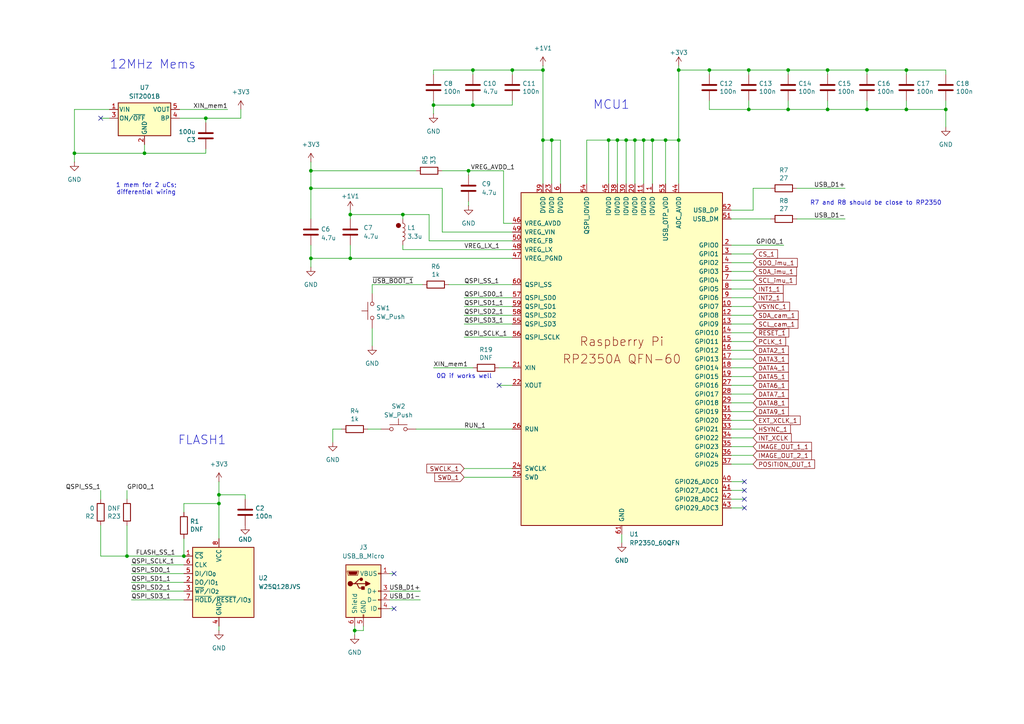
<source format=kicad_sch>
(kicad_sch (version 20250114) (generator "eeschema") (generator_version "9.0")
  (paper "A4")
  (lib_symbols
    (symbol "+3V3_1" (power) (pin_numbers (hide yes)) (pin_names (offset 0) (hide yes))
      (property "Value" "+3V3" (at 0 3.556 0))
      (symbol "+3V3_1_0_1"
        (polyline (pts (xy -0.762 1.27) (xy 0 2.54)))
        (polyline (pts (xy 0 2.54) (xy 0.762 1.27)))
        (polyline (pts (xy 0 0) (xy 0 2.54)))
      )
      (symbol "+3V3_1_1_1"
        (pin power_in line (at 0 0 90) (length 0) (name "~") (number "1"))
      )
    )
    (symbol "+3V3_2" (power) (pin_numbers (hide yes)) (pin_names (offset 0) (hide yes))
      (property "Value" "+3V3" (at 0 3.556 0))
      (symbol "+3V3_2_0_1"
        (polyline (pts (xy -0.762 1.27) (xy 0 2.54)))
        (polyline (pts (xy 0 2.54) (xy 0.762 1.27)))
        (polyline (pts (xy 0 0) (xy 0 2.54)))
      )
      (symbol "+3V3_2_1_1"
        (pin power_in line (at 0 0 90) (length 0) (name "~") (number "1"))
      )
    )
    (symbol "Device:C" (pin_numbers (hide yes)) (pin_names (offset 0.254))
      (property "Reference" "C" (at 0.635 2.54 0))
      (property "Value" "C" (at 0.635 -2.54 0))
      (symbol "C_0_1"
        (polyline (pts (xy -2.032 0.762) (xy 2.032 0.762)) (stroke (width 0.508)))
        (polyline (pts (xy -2.032 -0.762) (xy 2.032 -0.762)) (stroke (width 0.508)))
      )
      (symbol "C_1_1"
        (pin passive line (at 0 3.81 270) (length 2.794) (name "~") (number "1"))
        (pin passive line (at 0 -3.81 90) (length 2.794) (name "~") (number "2"))
      )
    )
    (symbol "Device:L" (pin_numbers (hide yes)) (pin_names (offset 1.016) (hide yes))
      (property "Reference" "L" (at -1.27 0 90))
      (property "Value" "L" (at 1.905 0 90))
      (symbol "L_0_1"
        (arc (start 0 2.54) (mid 0.6323 1.905) (end 0 1.27))
        (arc (start 0 1.27) (mid 0.6323 0.635) (end 0 0))
        (arc (start 0 0) (mid 0.6323 -0.635) (end 0 -1.27))
        (arc (start 0 -1.27) (mid 0.6323 -1.905) (end 0 -2.54))
      )
      (symbol "L_1_1"
        (pin passive line (at 0 3.81 270) (length 1.27) (name "1") (number "1"))
        (pin passive line (at 0 -3.81 90) (length 1.27) (name "2") (number "2"))
      )
    )
    (symbol "Device:R" (pin_numbers (hide yes)) (pin_names (offset 0))
      (property "Reference" "R" (at 2.032 0 90))
      (property "Value" "R" (at 0 0 90))
      (symbol "R_0_1"
        (rectangle (start -1.016 -2.54) (end 1.016 2.54) (stroke (width 0.254)))
      )
      (symbol "R_1_1"
        (pin passive line (at 0 3.81 270) (length 1.27) (name "~") (number "1"))
        (pin passive line (at 0 -3.81 90) (length 1.27) (name "~") (number "2"))
      )
    )
    (symbol "GND_1" (power) (pin_numbers (hide yes)) (pin_names (offset 0) (hide yes))
      (property "Value" "GND" (at 0 -3.81 0))
      (symbol "GND_1_0_1"
        (polyline (pts (xy 0 0) (xy 0 -1.27) (xy 1.27 -1.27) (xy 0 -2.54) (xy -1.27 -1.27) (xy 0 -1.27)))
      )
      (symbol "GND_1_1_1"
        (pin power_in line (at 0 0 270) (length 0) (name "~") (number "1"))
      )
    )
    (symbol "GND_2" (power) (pin_numbers (hide yes)) (pin_names (offset 0) (hide yes))
      (property "Value" "GND" (at 0 -3.81 0))
      (symbol "GND_2_0_1"
        (polyline (pts (xy 0 0) (xy 0 -1.27) (xy 1.27 -1.27) (xy 0 -2.54) (xy -1.27 -1.27) (xy 0 -1.27)))
      )
      (symbol "GND_2_1_1"
        (pin power_in line (at 0 0 270) (length 0) (name "~") (number "1"))
      )
    )
    (symbol "GND_3" (power) (pin_numbers (hide yes)) (pin_names (offset 0) (hide yes))
      (property "Value" "GND" (at 0 -3.81 0))
      (symbol "GND_3_0_1"
        (polyline (pts (xy 0 0) (xy 0 -1.27) (xy 1.27 -1.27) (xy 0 -2.54) (xy -1.27 -1.27) (xy 0 -1.27)))
      )
      (symbol "GND_3_1_1"
        (pin power_in line (at 0 0 270) (length 0) (name "~") (number "1"))
      )
    )
    (symbol "GND_6" (power) (pin_numbers (hide yes)) (pin_names (offset 0) (hide yes))
      (property "Value" "GND" (at 0 -3.81 0))
      (symbol "GND_6_0_1"
        (polyline (pts (xy 0 0) (xy 0 -1.27) (xy 1.27 -1.27) (xy 0 -2.54) (xy -1.27 -1.27) (xy 0 -1.27)))
      )
      (symbol "GND_6_1_1"
        (pin power_in line (at 0 0 270) (length 0) (name "~") (number "1"))
      )
    )
    (symbol "GND_7" (power) (pin_numbers (hide yes)) (pin_names (offset 0) (hide yes))
      (property "Value" "GND" (at 0 -3.81 0))
      (symbol "GND_7_0_1"
        (polyline (pts (xy 0 0) (xy 0 -1.27) (xy 1.27 -1.27) (xy 0 -2.54) (xy -1.27 -1.27) (xy 0 -1.27)))
      )
      (symbol "GND_7_1_1"
        (pin power_in line (at 0 0 270) (length 0) (name "~") (number "1"))
      )
    )
    (symbol "GND_8" (power) (pin_numbers (hide yes)) (pin_names (offset 0) (hide yes))
      (property "Value" "GND" (at 0 -3.81 0))
      (symbol "GND_8_0_1"
        (polyline (pts (xy 0 0) (xy 0 -1.27) (xy 1.27 -1.27) (xy 0 -2.54) (xy -1.27 -1.27) (xy 0 -1.27)))
      )
      (symbol "GND_8_1_1"
        (pin power_in line (at 0 0 270) (length 0) (name "~") (number "1"))
      )
    )
    (symbol "MCU_RaspberryPi_RP2350:RP2350_60QFN" (pin_names (offset 1.016))
      (property "Reference" "U" (at -29.21 49.53 0))
      (property "Value" "RP2350_60QFN" (at 24.13 -49.53 0))
      (symbol "RP2350_60QFN_0_0"
        (text "Raspberry Pi" (at 0 5.08 0) (effects (font (size 2.54 2.54))))
      )
      (symbol "RP2350_60QFN_0_1"
        (rectangle (start 29.21 48.26) (end -29.21 -48.26) (stroke (width 0.254)) (fill (type background)))
      )
      (symbol "RP2350_60QFN_1_0"
        (text "RP2350A QFN-60" (at 0 0 0) (effects (font (size 2.54 2.54))))
      )
      (symbol "RP2350_60QFN_1_1"
        (pin power_in line (at -31.75 39.37 0) (length 2.54) (name "VREG_AVDD") (number "46"))
        (pin power_in line (at -31.75 36.83 0) (length 2.54) (name "VREG_VIN") (number "49"))
        (pin input line (at -31.75 34.29 0) (length 2.54) (name "VREG_FB") (number "50"))
        (pin power_out line (at -31.75 31.75 0) (length 2.54) (name "VREG_LX") (number "48"))
        (pin power_in line (at -31.75 29.21 0) (length 2.54) (name "VREG_PGND") (number "47"))
        (pin bidirectional line (at -31.75 21.59 0) (length 2.54) (name "QSPI_SS") (number "60"))
        (pin bidirectional line (at -31.75 17.78 0) (length 2.54) (name "QSPI_SD0") (number "57"))
        (pin bidirectional line (at -31.75 15.24 0) (length 2.54) (name "QSPI_SD1") (number "59"))
        (pin bidirectional line (at -31.75 12.7 0) (length 2.54) (name "QSPI_SD2") (number "58"))
        (pin bidirectional line (at -31.75 10.16 0) (length 2.54) (name "QSPI_SD3") (number "55"))
        (pin output line (at -31.75 6.35 0) (length 2.54) (name "QSPI_SCLK") (number "56"))
        (pin input line (at -31.75 -2.54 0) (length 2.54) (name "XIN") (number "21"))
        (pin passive line (at -31.75 -7.62 0) (length 2.54) (name "XOUT") (number "22"))
        (pin input line (at -31.75 -20.32 0) (length 2.54) (name "RUN") (number "26"))
        (pin output line (at -31.75 -31.75 0) (length 2.54) (name "SWCLK") (number "24"))
        (pin bidirectional line (at -31.75 -34.29 0) (length 2.54) (name "SWD") (number "25"))
        (pin power_in line (at -22.86 50.8 270) (length 2.54) (name "DVDD") (number "39"))
        (pin power_in line (at -20.32 50.8 270) (length 2.54) (name "DVDD") (number "23"))
        (pin power_in line (at -17.78 50.8 270) (length 2.54) (name "DVDD") (number "6"))
        (pin power_in line (at -10.16 50.8 270) (length 2.54) (name "QSPI_IOVDD") (number "54"))
        (pin power_in line (at -3.81 50.8 270) (length 2.54) (name "IOVDD") (number "45"))
        (pin power_in line (at -1.27 50.8 270) (length 2.54) (name "IOVDD") (number "38"))
        (pin power_in line (at 0 -50.8 90) (length 2.54) (name "GND") (number "61"))
        (pin power_in line (at 1.27 50.8 270) (length 2.54) (name "IOVDD") (number "30"))
        (pin power_in line (at 3.81 50.8 270) (length 2.54) (name "IOVDD") (number "20"))
        (pin power_in line (at 6.35 50.8 270) (length 2.54) (name "IOVDD") (number "11"))
        (pin power_in line (at 8.89 50.8 270) (length 2.54) (name "IOVDD") (number "1"))
        (pin power_in line (at 12.7 50.8 270) (length 2.54) (name "USB_OTP_VDD") (number "53"))
        (pin power_in line (at 16.51 50.8 270) (length 2.54) (name "ADC_AVDD") (number "44"))
        (pin bidirectional line (at 31.75 43.18 180) (length 2.54) (name "USB_DP") (number "52"))
        (pin bidirectional line (at 31.75 40.64 180) (length 2.54) (name "USB_DM") (number "51"))
        (pin bidirectional line (at 31.75 33.02 180) (length 2.54) (name "GPIO0") (number "2"))
        (pin bidirectional line (at 31.75 30.48 180) (length 2.54) (name "GPIO1") (number "3"))
        (pin bidirectional line (at 31.75 27.94 180) (length 2.54) (name "GPIO2") (number "4"))
        (pin bidirectional line (at 31.75 25.4 180) (length 2.54) (name "GPIO3") (number "5"))
        (pin bidirectional line (at 31.75 22.86 180) (length 2.54) (name "GPIO4") (number "7"))
        (pin bidirectional line (at 31.75 20.32 180) (length 2.54) (name "GPIO5") (number "8"))
        (pin bidirectional line (at 31.75 17.78 180) (length 2.54) (name "GPIO6") (number "9"))
        (pin bidirectional line (at 31.75 15.24 180) (length 2.54) (name "GPIO7") (number "10"))
        (pin bidirectional line (at 31.75 12.7 180) (length 2.54) (name "GPIO8") (number "12"))
        (pin bidirectional line (at 31.75 10.16 180) (length 2.54) (name "GPIO9") (number "13"))
        (pin bidirectional line (at 31.75 7.62 180) (length 2.54) (name "GPIO10") (number "14"))
        (pin bidirectional line (at 31.75 5.08 180) (length 2.54) (name "GPIO11") (number "15"))
        (pin bidirectional line (at 31.75 2.54 180) (length 2.54) (name "GPIO12") (number "16"))
        (pin bidirectional line (at 31.75 0 180) (length 2.54) (name "GPIO13") (number "17"))
        (pin bidirectional line (at 31.75 -2.54 180) (length 2.54) (name "GPIO14") (number "18"))
        (pin bidirectional line (at 31.75 -5.08 180) (length 2.54) (name "GPIO15") (number "19"))
        (pin bidirectional line (at 31.75 -7.62 180) (length 2.54) (name "GPIO16") (number "27"))
        (pin bidirectional line (at 31.75 -10.16 180) (length 2.54) (name "GPIO17") (number "28"))
        (pin bidirectional line (at 31.75 -12.7 180) (length 2.54) (name "GPIO18") (number "29"))
        (pin bidirectional line (at 31.75 -15.24 180) (length 2.54) (name "GPIO19") (number "31"))
        (pin bidirectional line (at 31.75 -17.78 180) (length 2.54) (name "GPIO20") (number "32"))
        (pin bidirectional line (at 31.75 -20.32 180) (length 2.54) (name "GPIO21") (number "33"))
        (pin bidirectional line (at 31.75 -22.86 180) (length 2.54) (name "GPIO22") (number "34"))
        (pin bidirectional line (at 31.75 -25.4 180) (length 2.54) (name "GPIO23") (number "35"))
        (pin bidirectional line (at 31.75 -27.94 180) (length 2.54) (name "GPIO24") (number "36"))
        (pin bidirectional line (at 31.75 -30.48 180) (length 2.54) (name "GPIO25") (number "37"))
        (pin bidirectional line (at 31.75 -35.56 180) (length 2.54) (name "GPIO26_ADC0") (number "40"))
        (pin bidirectional line (at 31.75 -38.1 180) (length 2.54) (name "GPIO27_ADC1") (number "41"))
        (pin bidirectional line (at 31.75 -40.64 180) (length 2.54) (name "GPIO28_ADC2") (number "42"))
        (pin bidirectional line (at 31.75 -43.18 180) (length 2.54) (name "GPIO29_ADC3") (number "43"))
      )
    )
    (symbol "Regulator_Linear:LP2985-1.8" (pin_names (offset 0.254))
      (property "Reference" "U" (at -6.35 5.715 0))
      (property "Value" "LP2985-1.8" (at 0 5.715 0))
      (symbol "LP2985-1.8_0_1"
        (rectangle (start -7.62 -5.08) (end 7.62 4.445) (stroke (width 0.254)) (fill (type background)))
      )
      (symbol "LP2985-1.8_1_1"
        (pin power_in line (at -10.16 2.54 0) (length 2.54) (name "VIN") (number "1"))
        (pin input line (at -10.16 0 0) (length 2.54) (name "ON/~{OFF}") (number "3"))
        (pin power_in line (at 0 -7.62 90) (length 2.54) (name "GND") (number "2"))
        (pin power_out line (at 10.16 2.54 180) (length 2.54) (name "VOUT") (number "5"))
        (pin input line (at 10.16 0 180) (length 2.54) (name "BP") (number "4"))
      )
    )
    (symbol "Switch:SW_Push" (pin_numbers (hide yes)) (pin_names (offset 1.016) (hide yes))
      (property "Reference" "SW" (at 1.27 2.54 0))
      (property "Value" "SW_Push" (at 0 -1.524 0))
      (symbol "SW_Push_0_1"
        (circle (center -2.032 0) (radius 0.508))
        (polyline (pts (xy 0 1.27) (xy 0 3.048)))
        (circle (center 2.032 0) (radius 0.508))
        (polyline (pts (xy 2.54 1.27) (xy -2.54 1.27)))
        (pin passive line (at -5.08 0 0) (length 2.54) (name "1") (number "1"))
        (pin passive line (at 5.08 0 180) (length 2.54) (name "2") (number "2"))
      )
    )
    (symbol "USB_B_Micro_1" (pin_names (offset 1.016))
      (property "Reference" "J" (at -5.08 11.43 0))
      (property "Value" "USB_B_Micro" (at -5.08 8.89 0))
      (symbol "USB_B_Micro_1_0_1"
        (rectangle (start -5.08 -7.62) (end 5.08 7.62) (stroke (width 0.254)) (fill (type background)))
        (polyline (pts (xy -4.699 5.842) (xy -4.699 5.588) (xy -4.445 4.826) (xy -4.445 4.572) (xy -1.651 4.572) (xy -1.651 4.826) (xy -1.397 5.588) (xy -1.397 5.842) (xy -4.699 5.842)))
        (polyline (pts (xy -4.318 5.588) (xy -1.778 5.588) (xy -2.032 4.826) (xy -4.064 4.826) (xy -4.318 5.588)) (fill (type outline)))
        (circle (center -3.81 2.159) (radius 0.635) (stroke (width 0.254)) (fill (type outline)))
        (polyline (pts (xy -3.175 2.159) (xy -2.54 2.159) (xy -1.27 3.429) (xy -0.635 3.429)) (stroke (width 0.254)))
        (polyline (pts (xy -2.54 2.159) (xy -1.905 2.159) (xy -1.27 0.889) (xy 0 0.889)) (stroke (width 0.254)))
        (polyline (pts (xy -1.905 2.159) (xy 0.635 2.159)) (stroke (width 0.254)))
        (circle (center -0.635 3.429) (radius 0.381) (stroke (width 0.254)) (fill (type outline)))
        (rectangle (start -0.127 -7.62) (end 0.127 -6.858))
        (rectangle (start 0.254 1.27) (end -0.508 0.508) (stroke (width 0.254)) (fill (type outline)))
        (polyline (pts (xy 0.635 2.794) (xy 0.635 1.524) (xy 1.905 2.159) (xy 0.635 2.794)) (stroke (width 0.254)) (fill (type outline)))
        (rectangle (start 5.08 4.953) (end 4.318 5.207))
        (rectangle (start 5.08 -0.127) (end 4.318 0.127))
        (rectangle (start 5.08 -2.667) (end 4.318 -2.413))
        (rectangle (start 5.08 -5.207) (end 4.318 -4.953))
      )
      (symbol "USB_B_Micro_1_1_1"
        (pin passive line (at -2.54 -10.16 90) (length 2.54) (name "Shield") (number "6"))
        (pin power_out line (at 0 -10.16 90) (length 2.54) (name "GND") (number "5"))
        (pin power_out line (at 7.62 5.08 180) (length 2.54) (name "VBUS") (number "1"))
        (pin bidirectional line (at 7.62 0 180) (length 2.54) (name "D+") (number "3"))
        (pin bidirectional line (at 7.62 -2.54 180) (length 2.54) (name "D-") (number "2"))
        (pin passive line (at 7.62 -5.08 180) (length 2.54) (name "ID") (number "4"))
      )
    )
    (symbol "W25Q128JVS_1"
      (property "Reference" "U" (at -6.35 11.43 0))
      (property "Value" "W25Q128JVS" (at 7.62 11.43 0))
      (symbol "W25Q128JVS_1_0_1"
        (rectangle (start -7.62 10.16) (end 10.16 -10.16) (stroke (width 0.254)) (fill (type background)))
      )
      (symbol "W25Q128JVS_1_1_1"
        (pin input line (at -10.16 7.62 0) (length 2.54) (name "~{CS}") (number "1"))
        (pin input line (at -10.16 5.08 0) (length 2.54) (name "CLK") (number "6"))
        (pin bidirectional line (at -10.16 2.54 0) (length 2.54) (name "DI/IO_{0}") (number "5"))
        (pin bidirectional line (at -10.16 0 0) (length 2.54) (name "DO/IO_{1}") (number "2"))
        (pin bidirectional line (at -10.16 -2.54 0) (length 2.54) (name "~{WP}/IO_{2}") (number "3"))
        (pin bidirectional line (at -10.16 -5.08 0) (length 2.54) (name "~{HOLD}/~{RESET}/IO_{3}") (number "7"))
        (pin power_in line (at 0 12.7 270) (length 2.54) (name "VCC") (number "8"))
        (pin power_in line (at 0 -12.7 90) (length 2.54) (name "GND") (number "4"))
      )
    )
    (symbol "power:+1V1" (power) (pin_numbers (hide yes)) (pin_names (offset 0) (hide yes))
      (property "Value" "+1V1" (at 0 3.556 0))
      (symbol "+1V1_0_1"
        (polyline (pts (xy -0.762 1.27) (xy 0 2.54)))
        (polyline (pts (xy 0 2.54) (xy 0.762 1.27)))
        (polyline (pts (xy 0 0) (xy 0 2.54)))
      )
      (symbol "+1V1_1_1"
        (pin power_in line (at 0 0 90) (length 0) (name "~") (number "1"))
      )
    )
    (symbol "power:+3V3" (power) (pin_numbers (hide yes)) (pin_names (offset 0) (hide yes))
      (property "Value" "+3V3" (at 0 3.556 0))
      (symbol "+3V3_0_1"
        (polyline (pts (xy -0.762 1.27) (xy 0 2.54)))
        (polyline (pts (xy 0 2.54) (xy 0.762 1.27)))
        (polyline (pts (xy 0 0) (xy 0 2.54)))
      )
      (symbol "+3V3_1_1"
        (pin power_in line (at 0 0 90) (length 0) (name "~") (number "1"))
      )
    )
    (symbol "power:GND" (power) (pin_numbers (hide yes)) (pin_names (offset 0) (hide yes))
      (property "Value" "GND" (at 0 -3.81 0))
      (symbol "GND_0_1"
        (polyline (pts (xy 0 0) (xy 0 -1.27) (xy 1.27 -1.27) (xy 0 -2.54) (xy -1.27 -1.27) (xy 0 -1.27)))
      )
      (symbol "GND_1_1"
        (pin power_in line (at 0 0 270) (length 0) (name "~") (number "1"))
      )
    )
  )
  (circle (center 115.57 65.405) (radius 0.635) (stroke (width 0) (color 132 0 0 1)) (fill (type color) (color 132 0 0 1)))
  (text "0Ω if works well" (at 134.62 109.22 0) (effects (font (size 1.27 1.27))))
  (text "MCU1" (at 171.958 32.004 0) (effects (font (size 2.54 2.54)) (justify left bottom)))
  (text "FLASH1" (at 51.562 129.286 0) (effects (font (size 2.54 2.54)) (justify left bottom)))
  (text "12MHz Mems" (at 31.75 20.32 0) (effects (font (size 2.54 2.54)) (justify left bottom)))
  (text "R7 and R8 should be close to RP2350\n" (at 234.95 59.69 0) (effects (font (size 1.27 1.27)) (justify left bottom)))
  (text "1 mem for 2 uCs;\ndifferential wiring" (at 42.418 54.864 0) (effects (font (size 1.27 1.27))))
  (junction (at 251.46 20.32))
  (junction (at 160.02 40.64))
  (junction (at 193.04 40.64))
  (junction (at 181.61 40.64))
  (junction (at 137.16 30.48))
  (junction (at 101.6 74.93))
  (junction (at 36.83 161.29))
  (junction (at 205.74 20.32))
  (junction (at 59.69 34.29))
  (junction (at 135.89 49.53))
  (junction (at 186.69 40.64))
  (junction (at 137.16 20.32))
  (junction (at 90.17 54.61))
  (junction (at 189.23 40.64))
  (junction (at 157.48 40.64))
  (junction (at 125.73 30.48))
  (junction (at 90.17 49.53))
  (junction (at 196.85 40.64))
  (junction (at 262.89 31.75))
  (junction (at 217.17 31.75))
  (junction (at 179.07 40.64))
  (junction (at 157.48 20.32))
  (junction (at 217.17 20.32))
  (junction (at 63.5 146.05))
  (junction (at 240.03 20.32))
  (junction (at 251.46 31.75))
  (junction (at 228.6 20.32))
  (junction (at 90.17 74.93))
  (junction (at 274.32 31.75))
  (junction (at 41.91 44.45))
  (junction (at 184.15 40.64))
  (junction (at 176.53 40.64))
  (junction (at 148.59 20.32))
  (junction (at 102.87 182.88))
  (junction (at 101.6 62.23))
  (junction (at 228.6 31.75))
  (junction (at 262.89 20.32))
  (junction (at 116.84 62.23))
  (junction (at 53.34 161.29))
  (junction (at 240.03 31.75))
  (junction (at 21.59 44.45))
  (junction (at 196.85 20.32))
  (junction (at 63.5 143.51))
  (no_connect (at 215.9 144.78))
  (no_connect (at 29.21 34.29))
  (no_connect (at 144.78 111.76))
  (no_connect (at 215.9 147.32))
  (no_connect (at 114.3 166.37))
  (no_connect (at 114.3 176.53))
  (no_connect (at 215.9 142.24))
  (no_connect (at 215.9 139.7))
  (wire (pts (xy 128.27 67.31) (xy 148.59 67.31)))
  (wire (pts (xy 181.61 40.64) (xy 184.15 40.64)))
  (wire (pts (xy 212.09 111.76) (xy 218.44 111.76)))
  (wire (pts (xy 212.09 109.22) (xy 218.44 109.22)))
  (wire (pts (xy 125.73 29.21) (xy 125.73 30.48)))
  (wire (pts (xy 36.83 161.29) (xy 53.34 161.29)))
  (wire (pts (xy 125.73 20.32) (xy 137.16 20.32)))
  (wire (pts (xy 212.09 142.24) (xy 215.9 142.24)))
  (wire (pts (xy 148.59 21.59) (xy 148.59 20.32)))
  (wire (pts (xy 148.59 135.89) (xy 134.62 135.89)))
  (wire (pts (xy 53.34 148.59) (xy 53.34 146.05)))
  (wire (pts (xy 228.6 21.59) (xy 228.6 20.32)))
  (wire (pts (xy 212.09 129.54) (xy 218.44 129.54)))
  (wire (pts (xy 212.09 91.44) (xy 218.44 91.44)))
  (wire (pts (xy 52.07 34.29) (xy 59.69 34.29)))
  (wire (pts (xy 134.62 91.44) (xy 148.59 91.44)))
  (wire (pts (xy 189.23 40.64) (xy 193.04 40.64)))
  (wire (pts (xy 144.78 111.76) (xy 148.59 111.76)))
  (wire (pts (xy 240.03 21.59) (xy 240.03 20.32)))
  (wire (pts (xy 212.09 104.14) (xy 218.44 104.14)))
  (wire (pts (xy 96.52 124.46) (xy 96.52 128.27)))
  (wire (pts (xy 148.59 138.43) (xy 134.62 138.43)))
  (wire (pts (xy 180.34 154.94) (xy 180.34 157.48)))
  (wire (pts (xy 160.02 40.64) (xy 162.56 40.64)))
  (wire (pts (xy 69.85 34.29) (xy 69.85 31.75)))
  (wire (pts (xy 63.5 139.7) (xy 63.5 143.51)))
  (wire (pts (xy 29.21 34.29) (xy 31.75 34.29)))
  (wire (pts (xy 29.21 142.24) (xy 29.21 144.78)))
  (wire (pts (xy 212.09 147.32) (xy 215.9 147.32)))
  (wire (pts (xy 41.91 41.91) (xy 41.91 44.45)))
  (wire (pts (xy 120.65 124.46) (xy 148.59 124.46)))
  (wire (pts (xy 116.84 62.23) (xy 116.84 63.5)))
  (wire (pts (xy 90.17 74.93) (xy 90.17 77.47)))
  (wire (pts (xy 176.53 40.64) (xy 179.07 40.64)))
  (wire (pts (xy 184.15 40.64) (xy 186.69 40.64)))
  (wire (pts (xy 205.74 20.32) (xy 217.17 20.32)))
  (wire (pts (xy 148.59 69.85) (xy 124.46 69.85)))
  (wire (pts (xy 148.59 20.32) (xy 157.48 20.32)))
  (wire (pts (xy 90.17 49.53) (xy 120.65 49.53)))
  (wire (pts (xy 114.3 176.53) (xy 113.03 176.53)))
  (wire (pts (xy 189.23 40.64) (xy 189.23 53.34)))
  (wire (pts (xy 228.6 20.32) (xy 240.03 20.32)))
  (wire (pts (xy 251.46 20.32) (xy 262.89 20.32)))
  (wire (pts (xy 262.89 31.75) (xy 274.32 31.75)))
  (wire (pts (xy 135.89 59.69) (xy 135.89 58.42)))
  (wire (pts (xy 137.16 20.32) (xy 148.59 20.32)))
  (wire (pts (xy 228.6 29.21) (xy 228.6 31.75)))
  (wire (pts (xy 106.68 124.46) (xy 110.49 124.46)))
  (wire (pts (xy 196.85 20.32) (xy 196.85 40.64)))
  (wire (pts (xy 217.17 31.75) (xy 205.74 31.75)))
  (wire (pts (xy 251.46 21.59) (xy 251.46 20.32)))
  (wire (pts (xy 137.16 29.21) (xy 137.16 30.48)))
  (wire (pts (xy 262.89 29.21) (xy 262.89 31.75)))
  (wire (pts (xy 63.5 182.88) (xy 63.5 181.61)))
  (wire (pts (xy 125.73 30.48) (xy 125.73 33.02)))
  (wire (pts (xy 59.69 44.45) (xy 59.69 43.18)))
  (wire (pts (xy 146.05 64.77) (xy 148.59 64.77)))
  (wire (pts (xy 101.6 63.5) (xy 101.6 62.23)))
  (wire (pts (xy 212.09 99.06) (xy 218.44 99.06)))
  (wire (pts (xy 212.09 114.3) (xy 218.44 114.3)))
  (wire (pts (xy 144.78 106.68) (xy 148.59 106.68)))
  (wire (pts (xy 90.17 54.61) (xy 128.27 54.61)))
  (wire (pts (xy 212.09 60.96) (xy 218.44 60.96)))
  (wire (pts (xy 134.62 93.98) (xy 148.59 93.98)))
  (wire (pts (xy 212.09 139.7) (xy 215.9 139.7)))
  (wire (pts (xy 212.09 106.68) (xy 218.44 106.68)))
  (wire (pts (xy 38.1 171.45) (xy 53.34 171.45)))
  (wire (pts (xy 193.04 40.64) (xy 196.85 40.64)))
  (wire (pts (xy 134.62 88.9) (xy 148.59 88.9)))
  (wire (pts (xy 105.41 182.88) (xy 102.87 182.88)))
  (wire (pts (xy 212.09 127) (xy 218.44 127)))
  (wire (pts (xy 217.17 29.21) (xy 217.17 31.75)))
  (wire (pts (xy 212.09 132.08) (xy 218.44 132.08)))
  (wire (pts (xy 179.07 40.64) (xy 181.61 40.64)))
  (wire (pts (xy 212.09 86.36) (xy 218.44 86.36)))
  (wire (pts (xy 181.61 53.34) (xy 181.61 40.64)))
  (wire (pts (xy 71.12 143.51) (xy 63.5 143.51)))
  (wire (pts (xy 228.6 31.75) (xy 217.17 31.75)))
  (wire (pts (xy 107.95 82.55) (xy 107.95 85.09)))
  (wire (pts (xy 212.09 76.2) (xy 218.44 76.2)))
  (wire (pts (xy 29.21 161.29) (xy 36.83 161.29)))
  (wire (pts (xy 125.73 30.48) (xy 137.16 30.48)))
  (wire (pts (xy 113.03 171.45) (xy 121.92 171.45)))
  (wire (pts (xy 128.27 49.53) (xy 135.89 49.53)))
  (wire (pts (xy 116.84 72.39) (xy 148.59 72.39)))
  (wire (pts (xy 102.87 182.88) (xy 102.87 184.15)))
  (wire (pts (xy 212.09 134.62) (xy 218.44 134.62)))
  (wire (pts (xy 212.09 116.84) (xy 218.44 116.84)))
  (wire (pts (xy 21.59 44.45) (xy 41.91 44.45)))
  (wire (pts (xy 212.09 78.74) (xy 218.44 78.74)))
  (wire (pts (xy 124.46 62.23) (xy 116.84 62.23)))
  (wire (pts (xy 63.5 143.51) (xy 63.5 146.05)))
  (wire (pts (xy 38.1 163.83) (xy 53.34 163.83)))
  (wire (pts (xy 212.09 144.78) (xy 215.9 144.78)))
  (wire (pts (xy 38.1 168.91) (xy 53.34 168.91)))
  (wire (pts (xy 116.84 72.39) (xy 116.84 71.12)))
  (wire (pts (xy 59.69 34.29) (xy 69.85 34.29)))
  (wire (pts (xy 240.03 29.21) (xy 240.03 31.75)))
  (wire (pts (xy 90.17 54.61) (xy 90.17 63.5)))
  (wire (pts (xy 134.62 86.36) (xy 148.59 86.36)))
  (wire (pts (xy 125.73 106.68) (xy 137.16 106.68)))
  (wire (pts (xy 36.83 152.4) (xy 36.83 161.29)))
  (wire (pts (xy 262.89 21.59) (xy 262.89 20.32)))
  (wire (pts (xy 105.41 181.61) (xy 105.41 182.88)))
  (wire (pts (xy 113.03 173.99) (xy 121.92 173.99)))
  (wire (pts (xy 137.16 21.59) (xy 137.16 20.32)))
  (wire (pts (xy 170.18 40.64) (xy 176.53 40.64)))
  (wire (pts (xy 231.14 63.5) (xy 245.11 63.5)))
  (wire (pts (xy 148.59 30.48) (xy 148.59 29.21)))
  (wire (pts (xy 217.17 20.32) (xy 228.6 20.32)))
  (wire (pts (xy 157.48 40.64) (xy 157.48 53.34)))
  (wire (pts (xy 52.07 31.75) (xy 66.04 31.75)))
  (wire (pts (xy 212.09 124.46) (xy 218.44 124.46)))
  (wire (pts (xy 262.89 20.32) (xy 274.32 20.32)))
  (wire (pts (xy 135.89 49.53) (xy 146.05 49.53)))
  (wire (pts (xy 148.59 97.79) (xy 134.62 97.79)))
  (wire (pts (xy 124.46 69.85) (xy 124.46 62.23)))
  (wire (pts (xy 205.74 29.21) (xy 205.74 31.75)))
  (wire (pts (xy 128.27 54.61) (xy 128.27 67.31)))
  (wire (pts (xy 274.32 21.59) (xy 274.32 20.32)))
  (wire (pts (xy 212.09 73.66) (xy 218.44 73.66)))
  (wire (pts (xy 41.91 44.45) (xy 59.69 44.45)))
  (wire (pts (xy 71.12 144.78) (xy 71.12 143.51)))
  (wire (pts (xy 212.09 88.9) (xy 218.44 88.9)))
  (wire (pts (xy 212.09 101.6) (xy 218.44 101.6)))
  (wire (pts (xy 179.07 53.34) (xy 179.07 40.64)))
  (wire (pts (xy 137.16 30.48) (xy 148.59 30.48)))
  (wire (pts (xy 160.02 40.64) (xy 157.48 40.64)))
  (wire (pts (xy 102.87 181.61) (xy 102.87 182.88)))
  (wire (pts (xy 38.1 173.99) (xy 53.34 173.99)))
  (wire (pts (xy 90.17 46.99) (xy 90.17 49.53)))
  (wire (pts (xy 135.89 49.53) (xy 135.89 50.8)))
  (wire (pts (xy 240.03 31.75) (xy 228.6 31.75)))
  (wire (pts (xy 184.15 53.34) (xy 184.15 40.64)))
  (wire (pts (xy 170.18 53.34) (xy 170.18 40.64)))
  (wire (pts (xy 212.09 121.92) (xy 218.44 121.92)))
  (wire (pts (xy 212.09 93.98) (xy 218.44 93.98)))
  (wire (pts (xy 262.89 31.75) (xy 251.46 31.75)))
  (wire (pts (xy 107.95 95.25) (xy 107.95 100.33)))
  (wire (pts (xy 212.09 119.38) (xy 218.44 119.38)))
  (wire (pts (xy 36.83 142.24) (xy 36.83 144.78)))
  (wire (pts (xy 146.05 49.53) (xy 146.05 64.77)))
  (wire (pts (xy 101.6 71.12) (xy 101.6 74.93)))
  (wire (pts (xy 212.09 63.5) (xy 223.52 63.5)))
  (wire (pts (xy 162.56 40.64) (xy 162.56 53.34)))
  (wire (pts (xy 53.34 156.21) (xy 53.34 161.29)))
  (wire (pts (xy 113.03 166.37) (xy 114.3 166.37)))
  (wire (pts (xy 251.46 29.21) (xy 251.46 31.75)))
  (wire (pts (xy 240.03 20.32) (xy 251.46 20.32)))
  (wire (pts (xy 157.48 20.32) (xy 157.48 40.64)))
  (wire (pts (xy 122.555 82.55) (xy 107.95 82.55)))
  (wire (pts (xy 217.17 21.59) (xy 217.17 20.32)))
  (wire (pts (xy 99.06 124.46) (xy 96.52 124.46)))
  (wire (pts (xy 212.09 83.82) (xy 218.44 83.82)))
  (wire (pts (xy 274.32 29.21) (xy 274.32 31.75)))
  (wire (pts (xy 218.44 54.61) (xy 218.44 60.96)))
  (wire (pts (xy 196.85 19.05) (xy 196.85 20.32)))
  (wire (pts (xy 90.17 49.53) (xy 90.17 54.61)))
  (wire (pts (xy 212.09 71.12) (xy 227.33 71.12)))
  (wire (pts (xy 160.02 53.34) (xy 160.02 40.64)))
  (wire (pts (xy 101.6 62.23) (xy 116.84 62.23)))
  (wire (pts (xy 231.14 54.61) (xy 245.11 54.61)))
  (wire (pts (xy 21.59 31.75) (xy 31.75 31.75)))
  (wire (pts (xy 21.59 31.75) (xy 21.59 44.45)))
  (wire (pts (xy 29.21 161.29) (xy 29.21 152.4)))
  (wire (pts (xy 251.46 31.75) (xy 240.03 31.75)))
  (wire (pts (xy 274.32 31.75) (xy 274.32 36.83)))
  (wire (pts (xy 59.69 35.56) (xy 59.69 34.29)))
  (wire (pts (xy 157.48 19.05) (xy 157.48 20.32)))
  (wire (pts (xy 186.69 53.34) (xy 186.69 40.64)))
  (wire (pts (xy 53.34 166.37) (xy 38.1 166.37)))
  (wire (pts (xy 125.73 21.59) (xy 125.73 20.32)))
  (wire (pts (xy 212.09 96.52) (xy 218.44 96.52)))
  (wire (pts (xy 193.04 53.34) (xy 193.04 40.64)))
  (wire (pts (xy 212.09 81.28) (xy 218.44 81.28)))
  (wire (pts (xy 218.44 54.61) (xy 223.52 54.61)))
  (wire (pts (xy 90.17 71.12) (xy 90.17 74.93)))
  (wire (pts (xy 186.69 40.64) (xy 189.23 40.64)))
  (wire (pts (xy 148.59 82.55) (xy 130.175 82.55)))
  (wire (pts (xy 196.85 20.32) (xy 205.74 20.32)))
  (wire (pts (xy 90.17 74.93) (xy 101.6 74.93)))
  (wire (pts (xy 205.74 21.59) (xy 205.74 20.32)))
  (wire (pts (xy 53.34 146.05) (xy 63.5 146.05)))
  (wire (pts (xy 21.59 44.45) (xy 21.59 46.99)))
  (wire (pts (xy 176.53 53.34) (xy 176.53 40.64)))
  (wire (pts (xy 101.6 74.93) (xy 148.59 74.93)))
  (wire (pts (xy 63.5 146.05) (xy 63.5 156.21)))
  (wire (pts (xy 101.6 60.96) (xy 101.6 62.23)))
  (wire (pts (xy 196.85 40.64) (xy 196.85 53.34)))
  (label "USB_D1+" (at 121.92 171.45 180))
  (label "USB_D1+" (at 245.11 54.61 180))
  (label "QSPI_SS_1" (at 29.21 142.24 180))
  (label "QSPI_SD2_1" (at 134.62 91.44 0))
  (label "QSPI_SCLK_1" (at 134.62 97.79 0))
  (label "USB_D1-" (at 245.11 63.5 180))
  (label "QSPI_SCLK_1" (at 38.1 163.83 0))
  (label "QSPI_SD3_1" (at 38.1 173.99 0))
  (label "GPIO0_1" (at 36.83 142.24 0))
  (label "XIN_mem1" (at 66.04 31.75 180))
  (label "QSPI_SD1_1" (at 38.1 168.91 0))
  (label "QSPI_SS_1" (at 134.62 82.55 0))
  (label "GPIO0_1" (at 227.33 71.12 180))
  (label "QSPI_SD2_1" (at 38.1 171.45 0))
  (label "VREG_AVDD_1" (at 136.525 49.53 0))
  (label "XIN_mem1" (at 125.73 106.68 0))
  (label "QSPI_SD3_1" (at 134.62 93.98 0))
  (label "QSPI_SD0_1" (at 134.62 86.36 0))
  (label "FLASH_SS_1" (at 39.37 161.29 0))
  (label "QSPI_SD0_1" (at 38.1 166.37 0))
  (label "USB_D1-" (at 121.92 173.99 180))
  (label "RUN_1" (at 134.62 124.46 0))
  (label "VREG_LX_1" (at 134.62 72.39 0))
  (label "~{USB_BOOT_1}" (at 107.95 82.55 0))
  (label "QSPI_SD1_1" (at 134.62 88.9 0))
  (global_label "DATA8_1" (shape input) (at 218.44 116.84 0) (property "Intersheetrefs" "${INTERSHEET_REFS}" (effects (hide yes))))
  (global_label "SWCLK_1" (shape input) (at 134.62 135.89 180) (property "Intersheetrefs" "${INTERSHEET_REFS}" (effects (hide yes))))
  (global_label "SWD_1" (shape input) (at 134.62 138.43 180) (property "Intersheetrefs" "${INTERSHEET_REFS}" (effects (hide yes))))
  (global_label "CS_1" (shape input) (at 218.44 73.66 0) (property "Intersheetrefs" "${INTERSHEET_REFS}" (effects (hide yes))))
  (global_label "SCL_imu_1" (shape input) (at 218.44 81.28 0) (property "Intersheetrefs" "${INTERSHEET_REFS}" (effects (hide yes))))
  (global_label "INT1_1" (shape input) (at 218.44 83.82 0) (property "Intersheetrefs" "${INTERSHEET_REFS}" (effects (hide yes))))
  (global_label "VSYNC_1" (shape input) (at 218.44 88.9 0) (property "Intersheetrefs" "${INTERSHEET_REFS}" (effects (hide yes))))
  (global_label "SDO_imu_1" (shape input) (at 218.44 76.2 0) (property "Intersheetrefs" "${INTERSHEET_REFS}" (effects (hide yes))))
  (global_label "SDA_imu_1" (shape input) (at 218.44 78.74 0) (property "Intersheetrefs" "${INTERSHEET_REFS}" (effects (hide yes))))
  (global_label "INT2_1" (shape input) (at 218.44 86.36 0) (property "Intersheetrefs" "${INTERSHEET_REFS}" (effects (hide yes))))
  (global_label "DATA4_1" (shape input) (at 218.44 106.68 0) (property "Intersheetrefs" "${INTERSHEET_REFS}" (effects (hide yes))))
  (global_label "DATA3_1" (shape input) (at 218.44 104.14 0) (property "Intersheetrefs" "${INTERSHEET_REFS}" (effects (hide yes))))
  (global_label "PCLK_1" (shape input) (at 218.44 99.06 0) (property "Intersheetrefs" "${INTERSHEET_REFS}" (effects (hide yes))))
  (global_label "~{RESET_1}" (shape input) (at 218.44 96.52 0) (property "Intersheetrefs" "${INTERSHEET_REFS}" (effects (hide yes))))
  (global_label "SDA_cam_1" (shape input) (at 218.44 91.44 0) (property "Intersheetrefs" "${INTERSHEET_REFS}" (effects (hide yes))))
  (global_label "DATA2_1" (shape input) (at 218.44 101.6 0) (property "Intersheetrefs" "${INTERSHEET_REFS}" (effects (hide yes))))
  (global_label "SCL_cam_1" (shape input) (at 218.44 93.98 0) (property "Intersheetrefs" "${INTERSHEET_REFS}" (effects (hide yes))))
  (global_label "DATA5_1" (shape input) (at 218.44 109.22 0) (property "Intersheetrefs" "${INTERSHEET_REFS}" (effects (hide yes))))
  (global_label "DATA9_1" (shape input) (at 218.44 119.38 0) (property "Intersheetrefs" "${INTERSHEET_REFS}" (effects (hide yes))))
  (global_label "DATA6_1" (shape input) (at 218.44 111.76 0) (property "Intersheetrefs" "${INTERSHEET_REFS}" (effects (hide yes))))
  (global_label "DATA7_1" (shape input) (at 218.44 114.3 0) (property "Intersheetrefs" "${INTERSHEET_REFS}" (effects (hide yes))))
  (global_label "IMAGE_OUT_2_1" (shape input) (at 218.44 132.08 0) (property "Intersheetrefs" "${INTERSHEET_REFS}" (effects (hide yes))))
  (global_label "INT_XCLK" (shape input) (at 218.44 127 0) (property "Intersheetrefs" "${INTERSHEET_REFS}" (effects (hide yes))))
  (global_label "POSITION_OUT_1" (shape input) (at 218.44 134.62 0) (property "Intersheetrefs" "${INTERSHEET_REFS}" (effects (hide yes))))
  (global_label "HSYNC_1" (shape input) (at 218.44 124.46 0) (property "Intersheetrefs" "${INTERSHEET_REFS}" (effects (hide yes))))
  (global_label "IMAGE_OUT_1_1" (shape input) (at 218.44 129.54 0) (property "Intersheetrefs" "${INTERSHEET_REFS}" (effects (hide yes))))
  (global_label "EXT_XCLK_1" (shape input) (at 218.44 121.92 0) (property "Intersheetrefs" "${INTERSHEET_REFS}" (effects (hide yes))))
  (symbol (lib_id "Device:R") (at 53.34 152.4 0) (unit 1)
    (property "Reference" "R1" (at 55.118 151.2316 0) (effects (justify left)))
    (property "Value" "DNF" (at 55.118 153.543 0) (effects (justify left)))
    (property "Footprint" "Resistor_SMD:R_0603_1608Metric_Pad0.98x0.95mm_HandSolder" (effects (hide yes)))
  )
  (symbol (lib_id "Device:C") (at 71.12 148.59 0) (unit 1)
    (property "Reference" "C2" (at 74.041 147.4216 0) (effects (justify left)))
    (property "Value" "100n" (at 74.041 149.733 0) (effects (justify left)))
    (property "Footprint" "Capacitor_SMD:C_0603_1608Metric_Pad1.08x0.95mm_HandSolder" (effects (hide yes)))
  )
  (symbol (lib_id "Device:R") (at 227.33 54.61 270) (unit 1)
    (property "Reference" "R7" (at 227.33 49.3522 90))
    (property "Value" "27" (at 227.33 51.6636 90))
    (property "Footprint" "Resistor_SMD:R_0603_1608Metric_Pad0.98x0.95mm_HandSolder" (effects (hide yes)))
  )
  (symbol (lib_id "Device:R") (at 227.33 63.5 270) (unit 1)
    (property "Reference" "R8" (at 227.33 58.2422 90))
    (property "Value" "27" (at 227.33 60.5536 90))
    (property "Footprint" "Resistor_SMD:R_0603_1608Metric_Pad0.98x0.95mm_HandSolder" (effects (hide yes)))
  )
  (symbol (lib_id "Device:C") (at 205.74 25.4 0) (unit 1)
    (property "Reference" "C12" (at 208.661 24.2316 0) (effects (justify left)))
    (property "Value" "100n" (at 208.661 26.543 0) (effects (justify left)))
    (property "Footprint" "Capacitor_SMD:C_0603_1608Metric_Pad1.08x0.95mm_HandSolder" (effects (hide yes)))
  )
  (symbol (lib_id "Device:C") (at 217.17 25.4 0) (unit 1)
    (property "Reference" "C13" (at 220.091 24.2316 0) (effects (justify left)))
    (property "Value" "100n" (at 220.091 26.543 0) (effects (justify left)))
    (property "Footprint" "Capacitor_SMD:C_0603_1608Metric_Pad1.08x0.95mm_HandSolder" (effects (hide yes)))
  )
  (symbol (lib_id "Device:C") (at 228.6 25.4 0) (unit 1)
    (property "Reference" "C14" (at 231.521 24.2316 0) (effects (justify left)))
    (property "Value" "100n" (at 231.521 26.543 0) (effects (justify left)))
    (property "Footprint" "Capacitor_SMD:C_0603_1608Metric_Pad1.08x0.95mm_HandSolder" (effects (hide yes)))
  )
  (symbol (lib_id "Device:C") (at 240.03 25.4 0) (unit 1)
    (property "Reference" "C15" (at 242.951 24.2316 0) (effects (justify left)))
    (property "Value" "100n" (at 242.951 26.543 0) (effects (justify left)))
    (property "Footprint" "Capacitor_SMD:C_0603_1608Metric_Pad1.08x0.95mm_HandSolder" (effects (hide yes)))
  )
  (symbol (lib_id "Device:C") (at 251.46 25.4 0) (unit 1)
    (property "Reference" "C16" (at 254.381 24.2316 0) (effects (justify left)))
    (property "Value" "100n" (at 254.381 26.543 0) (effects (justify left)))
    (property "Footprint" "Capacitor_SMD:C_0603_1608Metric_Pad1.08x0.95mm_HandSolder" (effects (hide yes)))
  )
  (symbol (lib_id "Device:C") (at 262.89 25.4 0) (unit 1)
    (property "Reference" "C17" (at 265.811 24.2316 0) (effects (justify left)))
    (property "Value" "100n" (at 265.811 26.543 0) (effects (justify left)))
    (property "Footprint" "Capacitor_SMD:C_0603_1608Metric_Pad1.08x0.95mm_HandSolder" (effects (hide yes)))
  )
  (symbol (lib_name "GND_7") (lib_id "power:GND") (at 21.59 46.99 0) (unit 1)
    (property "Reference" "#PWR07" (effects (hide yes)))
    (property "Value" "GND" (at 21.59 52.07 0))
    (property "Description" "Power symbol creates a global label with name \"GND\" , ground" (effects (hide yes)))
  )
  (symbol (lib_id "Device:R") (at 36.83 148.59 180) (unit 1)
    (property "Reference" "R23" (at 35.052 149.7584 0) (effects (justify left)))
    (property "Value" "DNF" (at 35.052 147.447 0) (effects (justify left)))
    (property "Footprint" "Resistor_SMD:R_0603_1608Metric_Pad0.98x0.95mm_HandSolder" (effects (hide yes)))
  )
  (symbol (lib_id "Device:C") (at 148.59 25.4 0) (unit 1)
    (property "Reference" "C11" (at 151.511 24.2316 0) (effects (justify left)))
    (property "Value" "100n" (at 151.511 26.543 0) (effects (justify left)))
    (property "Footprint" "Capacitor_SMD:C_0603_1608Metric_Pad1.08x0.95mm_HandSolder" (effects (hide yes)))
  )
  (symbol (lib_id "Device:R") (at 102.87 124.46 270) (unit 1)
    (property "Reference" "R4" (at 102.87 119.2022 90))
    (property "Value" "1k" (at 102.87 121.5136 90))
    (property "Footprint" "Resistor_SMD:R_0603_1608Metric_Pad0.98x0.95mm_HandSolder" (effects (hide yes)))
  )
  (symbol (lib_name "+3V3_2") (lib_id "power:+3V3") (at 90.17 46.99 0) (unit 1)
    (property "Reference" "#PWR013" (effects (hide yes)))
    (property "Value" "+3V3" (at 90.17 41.91 0))
    (property "Description" "Power symbol creates a global label with name \"+3V3\"" (effects (hide yes)))
  )
  (symbol (lib_name "GND_6") (lib_id "power:GND") (at 125.73 33.02 0) (unit 1)
    (property "Reference" "#PWR018" (effects (hide yes)))
    (property "Value" "GND" (at 125.73 38.1 0))
    (property "Description" "Power symbol creates a global label with name \"GND\" , ground" (effects (hide yes)))
  )
  (symbol (lib_id "MCU_RaspberryPi_RP2350:RP2350_60QFN") (at 180.34 104.14 0) (unit 1)
    (property "Reference" "U1" (at 182.5341 154.94 0) (effects (justify left)))
    (property "Value" "RP2350_60QFN" (at 182.5341 157.48 0) (effects (justify left)))
    (property "Footprint" "RP2350_60QFN_minimal:RP2350-QFN-60-1EP_7x7_P0.4mm_EP3.4x3.4mm_ThermalVias" (effects (hide yes)))
  )
  (symbol (lib_id "Device:C") (at 274.32 25.4 0) (unit 1)
    (property "Reference" "C18" (at 277.241 24.2316 0) (effects (justify left)))
    (property "Value" "100n" (at 277.241 26.543 0) (effects (justify left)))
    (property "Footprint" "Capacitor_SMD:C_0603_1608Metric_Pad1.08x0.95mm_HandSolder" (effects (hide yes)))
  )
  (symbol (lib_name "+3V3_1") (lib_id "power:+3V3") (at 69.85 31.75 0) (unit 1)
    (property "Reference" "#PWR032" (effects (hide yes)))
    (property "Value" "+3V3" (at 69.85 26.67 0))
    (property "Description" "Power symbol creates a global label with name \"+3V3\"" (effects (hide yes)))
  )
  (symbol (lib_id "Switch:SW_Push") (at 115.57 124.46 0) (unit 1)
    (property "Reference" "SW2" (at 115.57 117.8392 0))
    (property "Value" "SW_Push" (at 115.57 120.3761 0))
    (property "Footprint" "Button_Switch_SMD:SW_Push_1P1T_NO_Vertical_Wuerth_434133025816" (effects (hide yes)))
  )
  (symbol (lib_id "Device:R") (at 140.97 106.68 270) (unit 1)
    (property "Reference" "R19" (at 140.97 101.4222 90))
    (property "Value" "DNF" (at 140.97 103.7336 90))
    (property "Footprint" "Resistor_SMD:R_0603_1608Metric_Pad0.98x0.95mm_HandSolder" (effects (hide yes)))
  )
  (symbol (lib_name "GND_8") (lib_id "power:GND") (at 63.5 182.88 0) (unit 1)
    (property "Reference" "#PWR05" (effects (hide yes)))
    (property "Value" "GND" (at 63.5 187.96 0))
    (property "Description" "Power symbol creates a global label with name \"GND\" , ground" (effects (hide yes)))
  )
  (symbol (lib_id "Device:R") (at 126.365 82.55 270) (unit 1)
    (property "Reference" "R6" (at 126.365 77.2922 90))
    (property "Value" "1k" (at 126.365 79.6036 90))
    (property "Footprint" "Resistor_SMD:R_0603_1608Metric_Pad0.98x0.95mm_HandSolder" (effects (hide yes)))
  )
  (symbol (lib_name "GND_8") (lib_id "power:GND") (at 274.32 36.83 0) (unit 1)
    (property "Reference" "#PWR023" (effects (hide yes)))
    (property "Value" "GND" (at 274.32 41.91 0))
    (property "Description" "Power symbol creates a global label with name \"GND\" , ground" (effects (hide yes)))
  )
  (symbol (lib_id "Device:R") (at 124.46 49.53 90) (unit 1)
    (property "Reference" "R5" (at 123.2916 47.752 0) (effects (justify left)))
    (property "Value" "33" (at 125.603 47.752 0) (effects (justify left)))
    (property "Footprint" "Resistor_SMD:R_0603_1608Metric_Pad0.98x0.95mm_HandSolder" (effects (hide yes)))
  )
  (symbol (lib_id "Device:C") (at 90.17 67.31 0) (unit 1)
    (property "Reference" "C6" (at 93.091 66.4753 0) (effects (justify left)))
    (property "Value" "4.7u" (at 93.091 69.0122 0) (effects (justify left)))
    (property "Footprint" "Capacitor_SMD:C_0603_1608Metric_Pad1.08x0.95mm_HandSolder" (effects (hide yes)))
  )
  (symbol (lib_id "power:+3V3") (at 63.5 139.7 0) (unit 1)
    (property "Reference" "#PWR04" (effects (hide yes)))
    (property "Value" "+3V3" (at 63.5 134.62 0))
    (property "Description" "Power symbol creates a global label with name \"+3V3\"" (effects (hide yes)))
  )
  (symbol (lib_id "Regulator_Linear:LP2985-1.8") (at 41.91 34.29 0) (unit 1)
    (property "Reference" "U7" (at 41.91 25.4 0))
    (property "Value" "SiT2001B" (at 41.91 27.94 0))
    (property "Footprint" "Package_TO_SOT_SMD:SOT-23-5" (effects (hide yes)))
    (property "Datasheet" "http://www.ti.com/lit/ds/symlink/lp2985.pdf" (effects (hide yes)))
    (property "Description" "150mA 16V Low-noise Low-dropout Regulator With Shutdown, 1.8V output voltage, SOT-23-5" (effects (hide yes)))
  )
  (symbol (lib_id "Device:C") (at 101.6 67.31 0) (unit 1)
    (property "Reference" "C7" (at 105.41 66.04 0) (effects (justify left)))
    (property "Value" "4.7u" (at 105.41 68.58 0) (effects (justify left)))
    (property "Footprint" "Capacitor_SMD:C_0603_1608Metric_Pad1.08x0.95mm_HandSolder" (effects (hide yes)))
  )
  (symbol (lib_name "GND_8") (lib_id "power:GND") (at 102.87 184.15 0) (unit 1)
    (property "Reference" "#PWR01" (effects (hide yes)))
    (property "Value" "GND" (at 102.87 189.23 0))
    (property "Description" "Power symbol creates a global label with name \"GND\" , ground" (effects (hide yes)))
  )
  (symbol (lib_id "Device:C") (at 135.89 54.61 0) (unit 1)
    (property "Reference" "C9" (at 139.7 53.34 0) (effects (justify left)))
    (property "Value" "4.7u" (at 139.7 55.88 0) (effects (justify left)))
    (property "Footprint" "Capacitor_SMD:C_0603_1608Metric_Pad1.08x0.95mm_HandSolder" (effects (hide yes)))
  )
  (symbol (lib_id "Device:R") (at 29.21 148.59 180) (unit 1)
    (property "Reference" "R2" (at 27.432 149.7584 0) (effects (justify left)))
    (property "Value" "0" (at 27.432 147.447 0) (effects (justify left)))
    (property "Footprint" "Resistor_SMD:R_0603_1608Metric_Pad0.98x0.95mm_HandSolder" (effects (hide yes)))
  )
  (symbol (lib_id "power:+3V3") (at 196.85 19.05 0) (unit 1)
    (property "Reference" "#PWR022" (effects (hide yes)))
    (property "Value" "+3V3" (at 196.85 15.24 0))
    (property "Description" "Power symbol creates a global label with name \"+3V3\"" (effects (hide yes)))
  )
  (symbol (lib_id "Device:C") (at 125.73 25.4 0) (unit 1)
    (property "Reference" "C8" (at 128.651 24.2316 0) (effects (justify left)))
    (property "Value" "100n" (at 128.651 26.543 0) (effects (justify left)))
    (property "Footprint" "Capacitor_SMD:C_0603_1608Metric_Pad1.08x0.95mm_HandSolder" (effects (hide yes)))
  )
  (symbol (lib_id "power:GND") (at 71.12 152.4 0) (unit 1)
    (property "Reference" "#PWR06" (effects (hide yes)))
    (property "Value" "GND" (at 71.12 156.464 0))
    (property "Description" "Power symbol creates a global label with name \"GND\" , ground" (effects (hide yes)))
  )
  (symbol (lib_id "power:+1V1") (at 157.48 19.05 0) (unit 1)
    (property "Reference" "#PWR020" (effects (hide yes)))
    (property "Value" "+1V1" (at 157.48 13.97 0))
    (property "Description" "Power symbol creates a global label with name \"+1V1\"" (effects (hide yes)))
  )
  (symbol (lib_id "power:+1V1") (at 101.6 60.96 0) (unit 1)
    (property "Reference" "#PWR016" (effects (hide yes)))
    (property "Value" "+1V1" (at 101.6 56.896 0))
    (property "Description" "Power symbol creates a global label with name \"+1V1\"" (effects (hide yes)))
  )
  (symbol (lib_id "Switch:SW_Push") (at 107.95 90.17 90) (unit 1)
    (property "Reference" "SW1" (at 109.093 89.3353 90) (effects (justify right)))
    (property "Value" "SW_Push" (at 109.093 91.8722 90) (effects (justify right)))
    (property "Footprint" "Button_Switch_SMD:SW_Push_1P1T_NO_Vertical_Wuerth_434133025816" (effects (hide yes)))
  )
  (symbol (lib_id "Device:C") (at 137.16 25.4 0) (unit 1)
    (property "Reference" "C10" (at 140.081 24.2316 0) (effects (justify left)))
    (property "Value" "4.7u" (at 140.081 26.543 0) (effects (justify left)))
    (property "Footprint" "Capacitor_SMD:C_0603_1608Metric_Pad1.08x0.95mm_HandSolder" (effects (hide yes)))
  )
  (symbol (lib_id "power:GND") (at 180.34 157.48 0) (unit 1)
    (property "Reference" "#PWR021" (effects (hide yes)))
    (property "Value" "GND" (at 180.34 162.56 0))
    (property "Description" "Power symbol creates a global label with name \"GND\" , ground" (effects (hide yes)))
  )
  (symbol (lib_name "W25Q128JVS_1") (lib_id "Memory_Flash:W25Q128JVS") (at 63.5 168.91 0) (unit 1)
    (property "Reference" "U2" (at 74.93 167.6399 0) (effects (justify left)))
    (property "Value" "W25Q128JVS" (at 74.93 170.1799 0) (effects (justify left)))
    (property "Footprint" "Package_SO:SOIC-8_5.3x5.3mm_P1.27mm" (effects (hide yes)))
    (property "Datasheet" "https://www.winbond.com/resource-files/w25q128jv_dtr%20revc%2003272018%20plus.pdf" (effects (hide yes)))
    (property "Description" "128Mbit / 16MiB Serial Flash Memory, Standard/Dual/Quad SPI, 2.7-3.6V, SOIC-8" (effects (hide yes)))
  )
  (symbol (lib_name "GND_1") (lib_id "power:GND") (at 90.17 77.47 0) (unit 1)
    (property "Reference" "#PWR014" (effects (hide yes)))
    (property "Value" "GND" (at 90.17 82.55 0))
    (property "Description" "Power symbol creates a global label with name \"GND\" , ground" (effects (hide yes)))
  )
  (symbol (lib_name "USB_B_Micro_1") (lib_id "Connector:USB_B_Micro") (at 105.41 171.45 0) (unit 1)
    (property "Reference" "J3" (at 105.41 158.75 0))
    (property "Value" "USB_B_Micro" (at 105.41 161.29 0))
    (property "Description" "USB Micro Type B connector" (effects (hide yes)))
  )
  (symbol (lib_id "Device:L") (at 116.84 67.31 0) (unit 1)
    (property "Reference" "L1" (at 118.11 66.04 0) (effects (justify left)))
    (property "Value" "3.3u" (at 118.11 68.58 0) (effects (justify left)))
    (property "Footprint" "Inductor_SMD:L_0603_1608Metric_Pad1.05x0.95mm_HandSolder" (effects (hide yes)))
  )
  (symbol (lib_id "power:GND") (at 107.95 100.33 0) (unit 1)
    (property "Reference" "#PWR017" (effects (hide yes)))
    (property "Value" "GND" (at 107.95 105.41 0))
    (property "Description" "Power symbol creates a global label with name \"GND\" , ground" (effects (hide yes)))
  )
  (symbol (lib_name "GND_2") (lib_id "power:GND") (at 96.52 128.27 0) (unit 1)
    (property "Reference" "#PWR015" (effects (hide yes)))
    (property "Value" "GND" (at 96.52 133.35 0))
    (property "Description" "Power symbol creates a global label with name \"GND\" , ground" (effects (hide yes)))
  )
  (symbol (lib_id "Device:C") (at 59.69 39.37 180) (unit 1)
    (property "Reference" "C3" (at 56.769 40.5384 0) (effects (justify left)))
    (property "Value" "100u" (at 56.769 38.227 0) (effects (justify left)))
    (property "Footprint" "Capacitor_SMD:C_0603_1608Metric_Pad1.08x0.95mm_HandSolder" (effects (hide yes)))
  )
  (symbol (lib_name "GND_3") (lib_id "power:GND") (at 135.89 59.69 0) (unit 1)
    (property "Reference" "#PWR019" (effects (hide yes)))
    (property "Value" "GND" (at 135.89 64.77 0))
    (property "Description" "Power symbol creates a global label with name \"GND\" , ground" (effects (hide yes)))
  )
)
</source>
